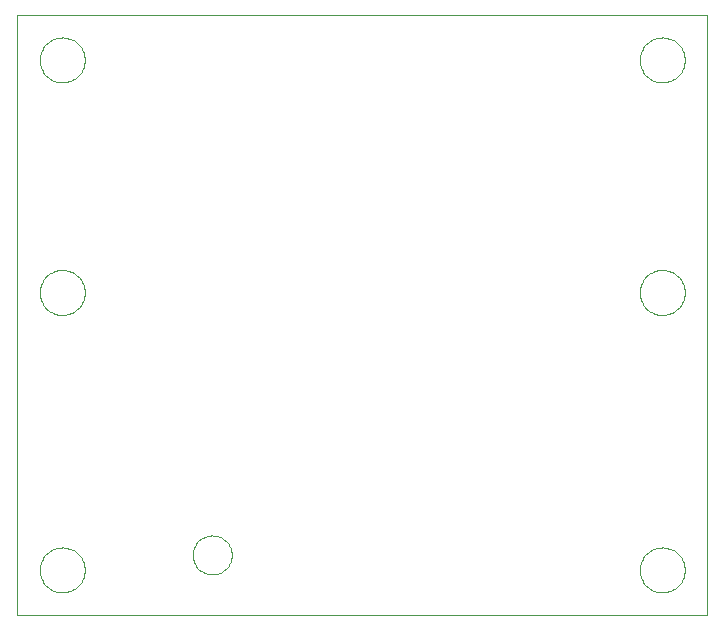
<source format=gko>
G75*
%MOIN*%
%OFA0B0*%
%FSLAX24Y24*%
%IPPOS*%
%LPD*%
%AMOC8*
5,1,8,0,0,1.08239X$1,22.5*
%
%ADD10C,0.0000*%
D10*
X000180Y000180D02*
X000180Y020180D01*
X023180Y020180D01*
X023180Y000180D01*
X000180Y000180D01*
X000930Y001680D02*
X000932Y001734D01*
X000938Y001788D01*
X000948Y001841D01*
X000961Y001894D01*
X000978Y001945D01*
X000999Y001995D01*
X001024Y002043D01*
X001052Y002090D01*
X001083Y002134D01*
X001117Y002176D01*
X001154Y002215D01*
X001194Y002252D01*
X001237Y002285D01*
X001282Y002316D01*
X001329Y002343D01*
X001377Y002366D01*
X001428Y002386D01*
X001479Y002403D01*
X001532Y002415D01*
X001585Y002424D01*
X001639Y002429D01*
X001694Y002430D01*
X001748Y002427D01*
X001801Y002420D01*
X001854Y002409D01*
X001907Y002395D01*
X001958Y002377D01*
X002007Y002355D01*
X002055Y002330D01*
X002101Y002301D01*
X002145Y002269D01*
X002186Y002234D01*
X002224Y002196D01*
X002260Y002155D01*
X002293Y002112D01*
X002323Y002067D01*
X002349Y002019D01*
X002372Y001970D01*
X002391Y001919D01*
X002406Y001868D01*
X002418Y001815D01*
X002426Y001761D01*
X002430Y001707D01*
X002430Y001653D01*
X002426Y001599D01*
X002418Y001545D01*
X002406Y001492D01*
X002391Y001441D01*
X002372Y001390D01*
X002349Y001341D01*
X002323Y001293D01*
X002293Y001248D01*
X002260Y001205D01*
X002224Y001164D01*
X002186Y001126D01*
X002145Y001091D01*
X002101Y001059D01*
X002055Y001030D01*
X002007Y001005D01*
X001958Y000983D01*
X001907Y000965D01*
X001854Y000951D01*
X001801Y000940D01*
X001748Y000933D01*
X001694Y000930D01*
X001639Y000931D01*
X001585Y000936D01*
X001532Y000945D01*
X001479Y000957D01*
X001428Y000974D01*
X001377Y000994D01*
X001329Y001017D01*
X001282Y001044D01*
X001237Y001075D01*
X001194Y001108D01*
X001154Y001145D01*
X001117Y001184D01*
X001083Y001226D01*
X001052Y001270D01*
X001024Y001317D01*
X000999Y001365D01*
X000978Y001415D01*
X000961Y001466D01*
X000948Y001519D01*
X000938Y001572D01*
X000932Y001626D01*
X000930Y001680D01*
X006030Y002180D02*
X006032Y002230D01*
X006038Y002280D01*
X006048Y002330D01*
X006061Y002378D01*
X006078Y002426D01*
X006099Y002472D01*
X006123Y002516D01*
X006151Y002558D01*
X006182Y002598D01*
X006216Y002635D01*
X006253Y002670D01*
X006292Y002701D01*
X006333Y002730D01*
X006377Y002755D01*
X006423Y002777D01*
X006470Y002795D01*
X006518Y002809D01*
X006567Y002820D01*
X006617Y002827D01*
X006667Y002830D01*
X006718Y002829D01*
X006768Y002824D01*
X006818Y002815D01*
X006866Y002803D01*
X006914Y002786D01*
X006960Y002766D01*
X007005Y002743D01*
X007048Y002716D01*
X007088Y002686D01*
X007126Y002653D01*
X007161Y002617D01*
X007194Y002578D01*
X007223Y002537D01*
X007249Y002494D01*
X007272Y002449D01*
X007291Y002402D01*
X007306Y002354D01*
X007318Y002305D01*
X007326Y002255D01*
X007330Y002205D01*
X007330Y002155D01*
X007326Y002105D01*
X007318Y002055D01*
X007306Y002006D01*
X007291Y001958D01*
X007272Y001911D01*
X007249Y001866D01*
X007223Y001823D01*
X007194Y001782D01*
X007161Y001743D01*
X007126Y001707D01*
X007088Y001674D01*
X007048Y001644D01*
X007005Y001617D01*
X006960Y001594D01*
X006914Y001574D01*
X006866Y001557D01*
X006818Y001545D01*
X006768Y001536D01*
X006718Y001531D01*
X006667Y001530D01*
X006617Y001533D01*
X006567Y001540D01*
X006518Y001551D01*
X006470Y001565D01*
X006423Y001583D01*
X006377Y001605D01*
X006333Y001630D01*
X006292Y001659D01*
X006253Y001690D01*
X006216Y001725D01*
X006182Y001762D01*
X006151Y001802D01*
X006123Y001844D01*
X006099Y001888D01*
X006078Y001934D01*
X006061Y001982D01*
X006048Y002030D01*
X006038Y002080D01*
X006032Y002130D01*
X006030Y002180D01*
X000930Y010930D02*
X000932Y010984D01*
X000938Y011038D01*
X000948Y011091D01*
X000961Y011144D01*
X000978Y011195D01*
X000999Y011245D01*
X001024Y011293D01*
X001052Y011340D01*
X001083Y011384D01*
X001117Y011426D01*
X001154Y011465D01*
X001194Y011502D01*
X001237Y011535D01*
X001282Y011566D01*
X001329Y011593D01*
X001377Y011616D01*
X001428Y011636D01*
X001479Y011653D01*
X001532Y011665D01*
X001585Y011674D01*
X001639Y011679D01*
X001694Y011680D01*
X001748Y011677D01*
X001801Y011670D01*
X001854Y011659D01*
X001907Y011645D01*
X001958Y011627D01*
X002007Y011605D01*
X002055Y011580D01*
X002101Y011551D01*
X002145Y011519D01*
X002186Y011484D01*
X002224Y011446D01*
X002260Y011405D01*
X002293Y011362D01*
X002323Y011317D01*
X002349Y011269D01*
X002372Y011220D01*
X002391Y011169D01*
X002406Y011118D01*
X002418Y011065D01*
X002426Y011011D01*
X002430Y010957D01*
X002430Y010903D01*
X002426Y010849D01*
X002418Y010795D01*
X002406Y010742D01*
X002391Y010691D01*
X002372Y010640D01*
X002349Y010591D01*
X002323Y010543D01*
X002293Y010498D01*
X002260Y010455D01*
X002224Y010414D01*
X002186Y010376D01*
X002145Y010341D01*
X002101Y010309D01*
X002055Y010280D01*
X002007Y010255D01*
X001958Y010233D01*
X001907Y010215D01*
X001854Y010201D01*
X001801Y010190D01*
X001748Y010183D01*
X001694Y010180D01*
X001639Y010181D01*
X001585Y010186D01*
X001532Y010195D01*
X001479Y010207D01*
X001428Y010224D01*
X001377Y010244D01*
X001329Y010267D01*
X001282Y010294D01*
X001237Y010325D01*
X001194Y010358D01*
X001154Y010395D01*
X001117Y010434D01*
X001083Y010476D01*
X001052Y010520D01*
X001024Y010567D01*
X000999Y010615D01*
X000978Y010665D01*
X000961Y010716D01*
X000948Y010769D01*
X000938Y010822D01*
X000932Y010876D01*
X000930Y010930D01*
X000930Y018680D02*
X000932Y018734D01*
X000938Y018788D01*
X000948Y018841D01*
X000961Y018894D01*
X000978Y018945D01*
X000999Y018995D01*
X001024Y019043D01*
X001052Y019090D01*
X001083Y019134D01*
X001117Y019176D01*
X001154Y019215D01*
X001194Y019252D01*
X001237Y019285D01*
X001282Y019316D01*
X001329Y019343D01*
X001377Y019366D01*
X001428Y019386D01*
X001479Y019403D01*
X001532Y019415D01*
X001585Y019424D01*
X001639Y019429D01*
X001694Y019430D01*
X001748Y019427D01*
X001801Y019420D01*
X001854Y019409D01*
X001907Y019395D01*
X001958Y019377D01*
X002007Y019355D01*
X002055Y019330D01*
X002101Y019301D01*
X002145Y019269D01*
X002186Y019234D01*
X002224Y019196D01*
X002260Y019155D01*
X002293Y019112D01*
X002323Y019067D01*
X002349Y019019D01*
X002372Y018970D01*
X002391Y018919D01*
X002406Y018868D01*
X002418Y018815D01*
X002426Y018761D01*
X002430Y018707D01*
X002430Y018653D01*
X002426Y018599D01*
X002418Y018545D01*
X002406Y018492D01*
X002391Y018441D01*
X002372Y018390D01*
X002349Y018341D01*
X002323Y018293D01*
X002293Y018248D01*
X002260Y018205D01*
X002224Y018164D01*
X002186Y018126D01*
X002145Y018091D01*
X002101Y018059D01*
X002055Y018030D01*
X002007Y018005D01*
X001958Y017983D01*
X001907Y017965D01*
X001854Y017951D01*
X001801Y017940D01*
X001748Y017933D01*
X001694Y017930D01*
X001639Y017931D01*
X001585Y017936D01*
X001532Y017945D01*
X001479Y017957D01*
X001428Y017974D01*
X001377Y017994D01*
X001329Y018017D01*
X001282Y018044D01*
X001237Y018075D01*
X001194Y018108D01*
X001154Y018145D01*
X001117Y018184D01*
X001083Y018226D01*
X001052Y018270D01*
X001024Y018317D01*
X000999Y018365D01*
X000978Y018415D01*
X000961Y018466D01*
X000948Y018519D01*
X000938Y018572D01*
X000932Y018626D01*
X000930Y018680D01*
X020930Y018680D02*
X020932Y018734D01*
X020938Y018788D01*
X020948Y018841D01*
X020961Y018894D01*
X020978Y018945D01*
X020999Y018995D01*
X021024Y019043D01*
X021052Y019090D01*
X021083Y019134D01*
X021117Y019176D01*
X021154Y019215D01*
X021194Y019252D01*
X021237Y019285D01*
X021282Y019316D01*
X021329Y019343D01*
X021377Y019366D01*
X021428Y019386D01*
X021479Y019403D01*
X021532Y019415D01*
X021585Y019424D01*
X021639Y019429D01*
X021694Y019430D01*
X021748Y019427D01*
X021801Y019420D01*
X021854Y019409D01*
X021907Y019395D01*
X021958Y019377D01*
X022007Y019355D01*
X022055Y019330D01*
X022101Y019301D01*
X022145Y019269D01*
X022186Y019234D01*
X022224Y019196D01*
X022260Y019155D01*
X022293Y019112D01*
X022323Y019067D01*
X022349Y019019D01*
X022372Y018970D01*
X022391Y018919D01*
X022406Y018868D01*
X022418Y018815D01*
X022426Y018761D01*
X022430Y018707D01*
X022430Y018653D01*
X022426Y018599D01*
X022418Y018545D01*
X022406Y018492D01*
X022391Y018441D01*
X022372Y018390D01*
X022349Y018341D01*
X022323Y018293D01*
X022293Y018248D01*
X022260Y018205D01*
X022224Y018164D01*
X022186Y018126D01*
X022145Y018091D01*
X022101Y018059D01*
X022055Y018030D01*
X022007Y018005D01*
X021958Y017983D01*
X021907Y017965D01*
X021854Y017951D01*
X021801Y017940D01*
X021748Y017933D01*
X021694Y017930D01*
X021639Y017931D01*
X021585Y017936D01*
X021532Y017945D01*
X021479Y017957D01*
X021428Y017974D01*
X021377Y017994D01*
X021329Y018017D01*
X021282Y018044D01*
X021237Y018075D01*
X021194Y018108D01*
X021154Y018145D01*
X021117Y018184D01*
X021083Y018226D01*
X021052Y018270D01*
X021024Y018317D01*
X020999Y018365D01*
X020978Y018415D01*
X020961Y018466D01*
X020948Y018519D01*
X020938Y018572D01*
X020932Y018626D01*
X020930Y018680D01*
X020930Y010930D02*
X020932Y010984D01*
X020938Y011038D01*
X020948Y011091D01*
X020961Y011144D01*
X020978Y011195D01*
X020999Y011245D01*
X021024Y011293D01*
X021052Y011340D01*
X021083Y011384D01*
X021117Y011426D01*
X021154Y011465D01*
X021194Y011502D01*
X021237Y011535D01*
X021282Y011566D01*
X021329Y011593D01*
X021377Y011616D01*
X021428Y011636D01*
X021479Y011653D01*
X021532Y011665D01*
X021585Y011674D01*
X021639Y011679D01*
X021694Y011680D01*
X021748Y011677D01*
X021801Y011670D01*
X021854Y011659D01*
X021907Y011645D01*
X021958Y011627D01*
X022007Y011605D01*
X022055Y011580D01*
X022101Y011551D01*
X022145Y011519D01*
X022186Y011484D01*
X022224Y011446D01*
X022260Y011405D01*
X022293Y011362D01*
X022323Y011317D01*
X022349Y011269D01*
X022372Y011220D01*
X022391Y011169D01*
X022406Y011118D01*
X022418Y011065D01*
X022426Y011011D01*
X022430Y010957D01*
X022430Y010903D01*
X022426Y010849D01*
X022418Y010795D01*
X022406Y010742D01*
X022391Y010691D01*
X022372Y010640D01*
X022349Y010591D01*
X022323Y010543D01*
X022293Y010498D01*
X022260Y010455D01*
X022224Y010414D01*
X022186Y010376D01*
X022145Y010341D01*
X022101Y010309D01*
X022055Y010280D01*
X022007Y010255D01*
X021958Y010233D01*
X021907Y010215D01*
X021854Y010201D01*
X021801Y010190D01*
X021748Y010183D01*
X021694Y010180D01*
X021639Y010181D01*
X021585Y010186D01*
X021532Y010195D01*
X021479Y010207D01*
X021428Y010224D01*
X021377Y010244D01*
X021329Y010267D01*
X021282Y010294D01*
X021237Y010325D01*
X021194Y010358D01*
X021154Y010395D01*
X021117Y010434D01*
X021083Y010476D01*
X021052Y010520D01*
X021024Y010567D01*
X020999Y010615D01*
X020978Y010665D01*
X020961Y010716D01*
X020948Y010769D01*
X020938Y010822D01*
X020932Y010876D01*
X020930Y010930D01*
X020930Y001680D02*
X020932Y001734D01*
X020938Y001788D01*
X020948Y001841D01*
X020961Y001894D01*
X020978Y001945D01*
X020999Y001995D01*
X021024Y002043D01*
X021052Y002090D01*
X021083Y002134D01*
X021117Y002176D01*
X021154Y002215D01*
X021194Y002252D01*
X021237Y002285D01*
X021282Y002316D01*
X021329Y002343D01*
X021377Y002366D01*
X021428Y002386D01*
X021479Y002403D01*
X021532Y002415D01*
X021585Y002424D01*
X021639Y002429D01*
X021694Y002430D01*
X021748Y002427D01*
X021801Y002420D01*
X021854Y002409D01*
X021907Y002395D01*
X021958Y002377D01*
X022007Y002355D01*
X022055Y002330D01*
X022101Y002301D01*
X022145Y002269D01*
X022186Y002234D01*
X022224Y002196D01*
X022260Y002155D01*
X022293Y002112D01*
X022323Y002067D01*
X022349Y002019D01*
X022372Y001970D01*
X022391Y001919D01*
X022406Y001868D01*
X022418Y001815D01*
X022426Y001761D01*
X022430Y001707D01*
X022430Y001653D01*
X022426Y001599D01*
X022418Y001545D01*
X022406Y001492D01*
X022391Y001441D01*
X022372Y001390D01*
X022349Y001341D01*
X022323Y001293D01*
X022293Y001248D01*
X022260Y001205D01*
X022224Y001164D01*
X022186Y001126D01*
X022145Y001091D01*
X022101Y001059D01*
X022055Y001030D01*
X022007Y001005D01*
X021958Y000983D01*
X021907Y000965D01*
X021854Y000951D01*
X021801Y000940D01*
X021748Y000933D01*
X021694Y000930D01*
X021639Y000931D01*
X021585Y000936D01*
X021532Y000945D01*
X021479Y000957D01*
X021428Y000974D01*
X021377Y000994D01*
X021329Y001017D01*
X021282Y001044D01*
X021237Y001075D01*
X021194Y001108D01*
X021154Y001145D01*
X021117Y001184D01*
X021083Y001226D01*
X021052Y001270D01*
X021024Y001317D01*
X020999Y001365D01*
X020978Y001415D01*
X020961Y001466D01*
X020948Y001519D01*
X020938Y001572D01*
X020932Y001626D01*
X020930Y001680D01*
M02*

</source>
